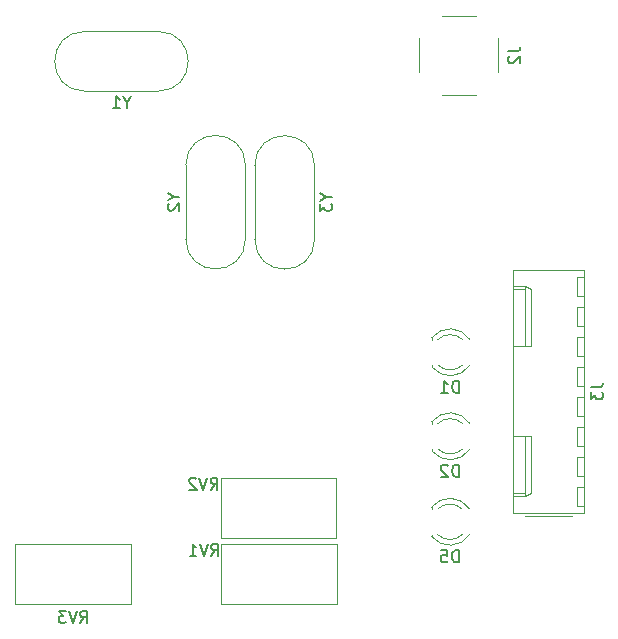
<source format=gbr>
%TF.GenerationSoftware,KiCad,Pcbnew,7.0.6-0*%
%TF.CreationDate,2023-12-30T17:27:14-06:00*%
%TF.ProjectId,IF_AND_DEMOD,49465f41-4e44-45f4-9445-4d4f442e6b69,rev?*%
%TF.SameCoordinates,Original*%
%TF.FileFunction,Legend,Bot*%
%TF.FilePolarity,Positive*%
%FSLAX46Y46*%
G04 Gerber Fmt 4.6, Leading zero omitted, Abs format (unit mm)*
G04 Created by KiCad (PCBNEW 7.0.6-0) date 2023-12-30 17:27:14*
%MOMM*%
%LPD*%
G01*
G04 APERTURE LIST*
%ADD10C,0.150000*%
%ADD11C,0.120000*%
G04 APERTURE END LIST*
D10*
X98499628Y-148885809D02*
X98975819Y-148885809D01*
X97975819Y-148552476D02*
X98499628Y-148885809D01*
X98499628Y-148885809D02*
X97975819Y-149219142D01*
X97975819Y-149457238D02*
X97975819Y-150076285D01*
X97975819Y-150076285D02*
X98356771Y-149742952D01*
X98356771Y-149742952D02*
X98356771Y-149885809D01*
X98356771Y-149885809D02*
X98404390Y-149981047D01*
X98404390Y-149981047D02*
X98452009Y-150028666D01*
X98452009Y-150028666D02*
X98547247Y-150076285D01*
X98547247Y-150076285D02*
X98785342Y-150076285D01*
X98785342Y-150076285D02*
X98880580Y-150028666D01*
X98880580Y-150028666D02*
X98928200Y-149981047D01*
X98928200Y-149981047D02*
X98975819Y-149885809D01*
X98975819Y-149885809D02*
X98975819Y-149600095D01*
X98975819Y-149600095D02*
X98928200Y-149504857D01*
X98928200Y-149504857D02*
X98880580Y-149457238D01*
X109751094Y-172578819D02*
X109751094Y-171578819D01*
X109751094Y-171578819D02*
X109512999Y-171578819D01*
X109512999Y-171578819D02*
X109370142Y-171626438D01*
X109370142Y-171626438D02*
X109274904Y-171721676D01*
X109274904Y-171721676D02*
X109227285Y-171816914D01*
X109227285Y-171816914D02*
X109179666Y-172007390D01*
X109179666Y-172007390D02*
X109179666Y-172150247D01*
X109179666Y-172150247D02*
X109227285Y-172340723D01*
X109227285Y-172340723D02*
X109274904Y-172435961D01*
X109274904Y-172435961D02*
X109370142Y-172531200D01*
X109370142Y-172531200D02*
X109512999Y-172578819D01*
X109512999Y-172578819D02*
X109751094Y-172578819D01*
X108798713Y-171674057D02*
X108751094Y-171626438D01*
X108751094Y-171626438D02*
X108655856Y-171578819D01*
X108655856Y-171578819D02*
X108417761Y-171578819D01*
X108417761Y-171578819D02*
X108322523Y-171626438D01*
X108322523Y-171626438D02*
X108274904Y-171674057D01*
X108274904Y-171674057D02*
X108227285Y-171769295D01*
X108227285Y-171769295D02*
X108227285Y-171864533D01*
X108227285Y-171864533D02*
X108274904Y-172007390D01*
X108274904Y-172007390D02*
X108846332Y-172578819D01*
X108846332Y-172578819D02*
X108227285Y-172578819D01*
X109751094Y-165466819D02*
X109751094Y-164466819D01*
X109751094Y-164466819D02*
X109512999Y-164466819D01*
X109512999Y-164466819D02*
X109370142Y-164514438D01*
X109370142Y-164514438D02*
X109274904Y-164609676D01*
X109274904Y-164609676D02*
X109227285Y-164704914D01*
X109227285Y-164704914D02*
X109179666Y-164895390D01*
X109179666Y-164895390D02*
X109179666Y-165038247D01*
X109179666Y-165038247D02*
X109227285Y-165228723D01*
X109227285Y-165228723D02*
X109274904Y-165323961D01*
X109274904Y-165323961D02*
X109370142Y-165419200D01*
X109370142Y-165419200D02*
X109512999Y-165466819D01*
X109512999Y-165466819D02*
X109751094Y-165466819D01*
X108227285Y-165466819D02*
X108798713Y-165466819D01*
X108512999Y-165466819D02*
X108512999Y-164466819D01*
X108512999Y-164466819D02*
X108608237Y-164609676D01*
X108608237Y-164609676D02*
X108703475Y-164704914D01*
X108703475Y-164704914D02*
X108798713Y-164752533D01*
X85607628Y-148865809D02*
X86083819Y-148865809D01*
X85083819Y-148532476D02*
X85607628Y-148865809D01*
X85607628Y-148865809D02*
X85083819Y-149199142D01*
X85179057Y-149484857D02*
X85131438Y-149532476D01*
X85131438Y-149532476D02*
X85083819Y-149627714D01*
X85083819Y-149627714D02*
X85083819Y-149865809D01*
X85083819Y-149865809D02*
X85131438Y-149961047D01*
X85131438Y-149961047D02*
X85179057Y-150008666D01*
X85179057Y-150008666D02*
X85274295Y-150056285D01*
X85274295Y-150056285D02*
X85369533Y-150056285D01*
X85369533Y-150056285D02*
X85512390Y-150008666D01*
X85512390Y-150008666D02*
X86083819Y-149437238D01*
X86083819Y-149437238D02*
X86083819Y-150056285D01*
X109729094Y-179817819D02*
X109729094Y-178817819D01*
X109729094Y-178817819D02*
X109490999Y-178817819D01*
X109490999Y-178817819D02*
X109348142Y-178865438D01*
X109348142Y-178865438D02*
X109252904Y-178960676D01*
X109252904Y-178960676D02*
X109205285Y-179055914D01*
X109205285Y-179055914D02*
X109157666Y-179246390D01*
X109157666Y-179246390D02*
X109157666Y-179389247D01*
X109157666Y-179389247D02*
X109205285Y-179579723D01*
X109205285Y-179579723D02*
X109252904Y-179674961D01*
X109252904Y-179674961D02*
X109348142Y-179770200D01*
X109348142Y-179770200D02*
X109490999Y-179817819D01*
X109490999Y-179817819D02*
X109729094Y-179817819D01*
X108252904Y-178817819D02*
X108729094Y-178817819D01*
X108729094Y-178817819D02*
X108776713Y-179294009D01*
X108776713Y-179294009D02*
X108729094Y-179246390D01*
X108729094Y-179246390D02*
X108633856Y-179198771D01*
X108633856Y-179198771D02*
X108395761Y-179198771D01*
X108395761Y-179198771D02*
X108300523Y-179246390D01*
X108300523Y-179246390D02*
X108252904Y-179294009D01*
X108252904Y-179294009D02*
X108205285Y-179389247D01*
X108205285Y-179389247D02*
X108205285Y-179627342D01*
X108205285Y-179627342D02*
X108252904Y-179722580D01*
X108252904Y-179722580D02*
X108300523Y-179770200D01*
X108300523Y-179770200D02*
X108395761Y-179817819D01*
X108395761Y-179817819D02*
X108633856Y-179817819D01*
X108633856Y-179817819D02*
X108729094Y-179770200D01*
X108729094Y-179770200D02*
X108776713Y-179722580D01*
X81656190Y-140917628D02*
X81656190Y-141393819D01*
X81989523Y-140393819D02*
X81656190Y-140917628D01*
X81656190Y-140917628D02*
X81322857Y-140393819D01*
X80465714Y-141393819D02*
X81037142Y-141393819D01*
X80751428Y-141393819D02*
X80751428Y-140393819D01*
X80751428Y-140393819D02*
X80846666Y-140536676D01*
X80846666Y-140536676D02*
X80941904Y-140631914D01*
X80941904Y-140631914D02*
X81037142Y-140679533D01*
X88733238Y-173682819D02*
X89066571Y-173206628D01*
X89304666Y-173682819D02*
X89304666Y-172682819D01*
X89304666Y-172682819D02*
X88923714Y-172682819D01*
X88923714Y-172682819D02*
X88828476Y-172730438D01*
X88828476Y-172730438D02*
X88780857Y-172778057D01*
X88780857Y-172778057D02*
X88733238Y-172873295D01*
X88733238Y-172873295D02*
X88733238Y-173016152D01*
X88733238Y-173016152D02*
X88780857Y-173111390D01*
X88780857Y-173111390D02*
X88828476Y-173159009D01*
X88828476Y-173159009D02*
X88923714Y-173206628D01*
X88923714Y-173206628D02*
X89304666Y-173206628D01*
X88447523Y-172682819D02*
X88114190Y-173682819D01*
X88114190Y-173682819D02*
X87780857Y-172682819D01*
X87495142Y-172778057D02*
X87447523Y-172730438D01*
X87447523Y-172730438D02*
X87352285Y-172682819D01*
X87352285Y-172682819D02*
X87114190Y-172682819D01*
X87114190Y-172682819D02*
X87018952Y-172730438D01*
X87018952Y-172730438D02*
X86971333Y-172778057D01*
X86971333Y-172778057D02*
X86923714Y-172873295D01*
X86923714Y-172873295D02*
X86923714Y-172968533D01*
X86923714Y-172968533D02*
X86971333Y-173111390D01*
X86971333Y-173111390D02*
X87542761Y-173682819D01*
X87542761Y-173682819D02*
X86923714Y-173682819D01*
X88759738Y-179270819D02*
X89093071Y-178794628D01*
X89331166Y-179270819D02*
X89331166Y-178270819D01*
X89331166Y-178270819D02*
X88950214Y-178270819D01*
X88950214Y-178270819D02*
X88854976Y-178318438D01*
X88854976Y-178318438D02*
X88807357Y-178366057D01*
X88807357Y-178366057D02*
X88759738Y-178461295D01*
X88759738Y-178461295D02*
X88759738Y-178604152D01*
X88759738Y-178604152D02*
X88807357Y-178699390D01*
X88807357Y-178699390D02*
X88854976Y-178747009D01*
X88854976Y-178747009D02*
X88950214Y-178794628D01*
X88950214Y-178794628D02*
X89331166Y-178794628D01*
X88474023Y-178270819D02*
X88140690Y-179270819D01*
X88140690Y-179270819D02*
X87807357Y-178270819D01*
X86950214Y-179270819D02*
X87521642Y-179270819D01*
X87235928Y-179270819D02*
X87235928Y-178270819D01*
X87235928Y-178270819D02*
X87331166Y-178413676D01*
X87331166Y-178413676D02*
X87426404Y-178508914D01*
X87426404Y-178508914D02*
X87521642Y-178556533D01*
X120922819Y-165020666D02*
X121637104Y-165020666D01*
X121637104Y-165020666D02*
X121779961Y-164973047D01*
X121779961Y-164973047D02*
X121875200Y-164877809D01*
X121875200Y-164877809D02*
X121922819Y-164734952D01*
X121922819Y-164734952D02*
X121922819Y-164639714D01*
X120922819Y-165401619D02*
X120922819Y-166020666D01*
X120922819Y-166020666D02*
X121303771Y-165687333D01*
X121303771Y-165687333D02*
X121303771Y-165830190D01*
X121303771Y-165830190D02*
X121351390Y-165925428D01*
X121351390Y-165925428D02*
X121399009Y-165973047D01*
X121399009Y-165973047D02*
X121494247Y-166020666D01*
X121494247Y-166020666D02*
X121732342Y-166020666D01*
X121732342Y-166020666D02*
X121827580Y-165973047D01*
X121827580Y-165973047D02*
X121875200Y-165925428D01*
X121875200Y-165925428D02*
X121922819Y-165830190D01*
X121922819Y-165830190D02*
X121922819Y-165544476D01*
X121922819Y-165544476D02*
X121875200Y-165449238D01*
X121875200Y-165449238D02*
X121827580Y-165401619D01*
X77684238Y-184962819D02*
X78017571Y-184486628D01*
X78255666Y-184962819D02*
X78255666Y-183962819D01*
X78255666Y-183962819D02*
X77874714Y-183962819D01*
X77874714Y-183962819D02*
X77779476Y-184010438D01*
X77779476Y-184010438D02*
X77731857Y-184058057D01*
X77731857Y-184058057D02*
X77684238Y-184153295D01*
X77684238Y-184153295D02*
X77684238Y-184296152D01*
X77684238Y-184296152D02*
X77731857Y-184391390D01*
X77731857Y-184391390D02*
X77779476Y-184439009D01*
X77779476Y-184439009D02*
X77874714Y-184486628D01*
X77874714Y-184486628D02*
X78255666Y-184486628D01*
X77398523Y-183962819D02*
X77065190Y-184962819D01*
X77065190Y-184962819D02*
X76731857Y-183962819D01*
X76493761Y-183962819D02*
X75874714Y-183962819D01*
X75874714Y-183962819D02*
X76208047Y-184343771D01*
X76208047Y-184343771D02*
X76065190Y-184343771D01*
X76065190Y-184343771D02*
X75969952Y-184391390D01*
X75969952Y-184391390D02*
X75922333Y-184439009D01*
X75922333Y-184439009D02*
X75874714Y-184534247D01*
X75874714Y-184534247D02*
X75874714Y-184772342D01*
X75874714Y-184772342D02*
X75922333Y-184867580D01*
X75922333Y-184867580D02*
X75969952Y-184915200D01*
X75969952Y-184915200D02*
X76065190Y-184962819D01*
X76065190Y-184962819D02*
X76350904Y-184962819D01*
X76350904Y-184962819D02*
X76446142Y-184915200D01*
X76446142Y-184915200D02*
X76493761Y-184867580D01*
X113932819Y-136572666D02*
X114647104Y-136572666D01*
X114647104Y-136572666D02*
X114789961Y-136525047D01*
X114789961Y-136525047D02*
X114885200Y-136429809D01*
X114885200Y-136429809D02*
X114932819Y-136286952D01*
X114932819Y-136286952D02*
X114932819Y-136191714D01*
X114028057Y-137001238D02*
X113980438Y-137048857D01*
X113980438Y-137048857D02*
X113932819Y-137144095D01*
X113932819Y-137144095D02*
X113932819Y-137382190D01*
X113932819Y-137382190D02*
X113980438Y-137477428D01*
X113980438Y-137477428D02*
X114028057Y-137525047D01*
X114028057Y-137525047D02*
X114123295Y-137572666D01*
X114123295Y-137572666D02*
X114218533Y-137572666D01*
X114218533Y-137572666D02*
X114361390Y-137525047D01*
X114361390Y-137525047D02*
X114932819Y-136953619D01*
X114932819Y-136953619D02*
X114932819Y-137572666D01*
D11*
%TO.C,Y3*%
X92471000Y-152487000D02*
X92471000Y-146237000D01*
X97521000Y-152487000D02*
X97521000Y-146237000D01*
X92471000Y-152487000D02*
G75*
G03*
X97521000Y-152487000I2525000J0D01*
G01*
X97521000Y-146237000D02*
G75*
G03*
X92471000Y-146237000I-2525000J0D01*
G01*
%TO.C,D2*%
X107453000Y-168084000D02*
X107453000Y-167928000D01*
X107453000Y-170400000D02*
X107453000Y-170244000D01*
X110685334Y-168085392D02*
G75*
G03*
X107453001Y-167928485I-1672334J-1078608D01*
G01*
X110054129Y-168084164D02*
G75*
G03*
X107972040Y-168084001I-1041129J-1079836D01*
G01*
X107972040Y-170243999D02*
G75*
G03*
X110054129Y-170243836I1040960J1079999D01*
G01*
X107453001Y-170399515D02*
G75*
G03*
X110685334Y-170242608I1559999J1235515D01*
G01*
%TO.C,D1*%
X107453000Y-160972000D02*
X107453000Y-160816000D01*
X107453000Y-163288000D02*
X107453000Y-163132000D01*
X110685334Y-160973392D02*
G75*
G03*
X107453001Y-160816485I-1672334J-1078608D01*
G01*
X110054129Y-160972164D02*
G75*
G03*
X107972040Y-160972001I-1041129J-1079836D01*
G01*
X107972040Y-163131999D02*
G75*
G03*
X110054129Y-163131836I1040960J1079999D01*
G01*
X107453001Y-163287515D02*
G75*
G03*
X110685334Y-163130608I1559999J1235515D01*
G01*
%TO.C,Y2*%
X91679000Y-146217000D02*
X91679000Y-152467000D01*
X86629000Y-146217000D02*
X86629000Y-152467000D01*
X91679000Y-146217000D02*
G75*
G03*
X86629000Y-146217000I-2525000J0D01*
G01*
X86629000Y-152467000D02*
G75*
G03*
X91679000Y-152467000I2525000J0D01*
G01*
%TO.C,D5*%
X107431000Y-175323000D02*
X107431000Y-175167000D01*
X107431000Y-177639000D02*
X107431000Y-177483000D01*
X110663334Y-175324392D02*
G75*
G03*
X107431001Y-175167485I-1672334J-1078608D01*
G01*
X110032129Y-175323164D02*
G75*
G03*
X107950040Y-175323001I-1041129J-1079836D01*
G01*
X107950040Y-177482999D02*
G75*
G03*
X110032129Y-177482836I1040960J1079999D01*
G01*
X107431001Y-177638515D02*
G75*
G03*
X110663334Y-177481608I1559999J1235515D01*
G01*
%TO.C,Y1*%
X78055000Y-134889000D02*
X84305000Y-134889000D01*
X78055000Y-139939000D02*
X84305000Y-139939000D01*
X78055000Y-134889000D02*
G75*
G03*
X78055000Y-139939000I0J-2525000D01*
G01*
X84305000Y-139939000D02*
G75*
G03*
X84305000Y-134889000I0J2525000D01*
G01*
%TO.C,RV2*%
X89603000Y-172720000D02*
X99373000Y-172720000D01*
X89603000Y-177790000D02*
X89603000Y-172720000D01*
X89603000Y-177790000D02*
X99373000Y-177790000D01*
X99373000Y-177790000D02*
X99373000Y-172720000D01*
%TO.C,RV1*%
X89629500Y-178308000D02*
X99399500Y-178308000D01*
X89629500Y-183378000D02*
X89629500Y-178308000D01*
X89629500Y-183378000D02*
X99399500Y-183378000D01*
X99399500Y-183378000D02*
X99399500Y-178308000D01*
%TO.C,J3*%
X119348000Y-175914000D02*
X115348000Y-175914000D01*
X114358000Y-175624000D02*
X114358000Y-155084000D01*
X120378000Y-175624000D02*
X114358000Y-175624000D01*
X119778000Y-175044000D02*
X119778000Y-173444000D01*
X120378000Y-175044000D02*
X119778000Y-175044000D01*
X114358000Y-174244000D02*
X115358000Y-174244000D01*
X115358000Y-174244000D02*
X115888000Y-173994000D01*
X115358000Y-174244000D02*
X115358000Y-169164000D01*
X114358000Y-173994000D02*
X115358000Y-173994000D01*
X115888000Y-173994000D02*
X115888000Y-169164000D01*
X119778000Y-173444000D02*
X120378000Y-173444000D01*
X119778000Y-172504000D02*
X119778000Y-170904000D01*
X120378000Y-172504000D02*
X119778000Y-172504000D01*
X119778000Y-170904000D02*
X120378000Y-170904000D01*
X119778000Y-169964000D02*
X119778000Y-168364000D01*
X120378000Y-169964000D02*
X119778000Y-169964000D01*
X115358000Y-169164000D02*
X114358000Y-169164000D01*
X115888000Y-169164000D02*
X115358000Y-169164000D01*
X119778000Y-168364000D02*
X120378000Y-168364000D01*
X119778000Y-167424000D02*
X119778000Y-165824000D01*
X120378000Y-167424000D02*
X119778000Y-167424000D01*
X119778000Y-165824000D02*
X120378000Y-165824000D01*
X119778000Y-164884000D02*
X119778000Y-163284000D01*
X120378000Y-164884000D02*
X119778000Y-164884000D01*
X119778000Y-163284000D02*
X120378000Y-163284000D01*
X119778000Y-162344000D02*
X119778000Y-160744000D01*
X120378000Y-162344000D02*
X119778000Y-162344000D01*
X115358000Y-161544000D02*
X114358000Y-161544000D01*
X115888000Y-161544000D02*
X115358000Y-161544000D01*
X119778000Y-160744000D02*
X120378000Y-160744000D01*
X119778000Y-159804000D02*
X119778000Y-158204000D01*
X120378000Y-159804000D02*
X119778000Y-159804000D01*
X119778000Y-158204000D02*
X120378000Y-158204000D01*
X119778000Y-157264000D02*
X119778000Y-155664000D01*
X120378000Y-157264000D02*
X119778000Y-157264000D01*
X114358000Y-156714000D02*
X115358000Y-156714000D01*
X115888000Y-156714000D02*
X115888000Y-161544000D01*
X114358000Y-156464000D02*
X115358000Y-156464000D01*
X115358000Y-156464000D02*
X115358000Y-161544000D01*
X115358000Y-156464000D02*
X115888000Y-156714000D01*
X119778000Y-155664000D02*
X120378000Y-155664000D01*
X114358000Y-155084000D02*
X120378000Y-155084000D01*
X120378000Y-155084000D02*
X120378000Y-175624000D01*
%TO.C,RV3*%
X72204000Y-178308000D02*
X81974000Y-178308000D01*
X72204000Y-183378000D02*
X72204000Y-178308000D01*
X72204000Y-183378000D02*
X81974000Y-183378000D01*
X81974000Y-183378000D02*
X81974000Y-178308000D01*
%TO.C,J2*%
X111178000Y-140261000D02*
X108278000Y-140261000D01*
X106373000Y-138356000D02*
X106373000Y-135456000D01*
X113083000Y-138356000D02*
X113083000Y-135456000D01*
X111178000Y-133551000D02*
X108278000Y-133551000D01*
%TD*%
M02*

</source>
